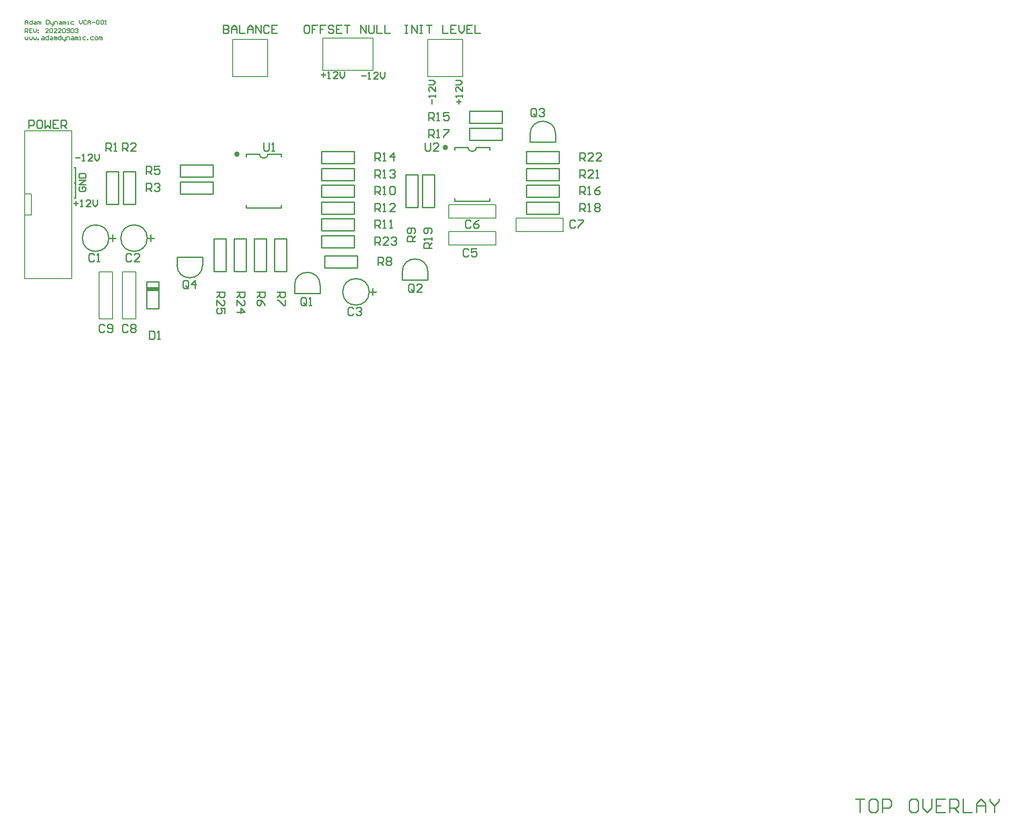
<source format=gto>
G04*
G04 #@! TF.GenerationSoftware,Altium Limited,Altium Designer,20.0.2 (26)*
G04*
G04 Layer_Color=65535*
%FSLAX43Y43*%
%MOMM*%
G71*
G01*
G75*
%ADD10C,0.508*%
%ADD11C,0.254*%
%ADD12C,0.200*%
%ADD13C,0.127*%
%ADD14C,0.150*%
D10*
X40894Y44450D02*
G03*
X40894Y44450I-254J0D01*
G01*
X80264Y45720D02*
G03*
X80264Y45720I-254J0D01*
G01*
D11*
X44958Y44450D02*
G03*
X46482Y44450I762J0D01*
G01*
X84328Y45720D02*
G03*
X85852Y45720I762J0D01*
G01*
X65635Y18415D02*
G03*
X65635Y18415I-2500J0D01*
G01*
X29337Y23495D02*
G03*
X34163Y23495I2413J0D01*
G01*
X76708Y22225D02*
G03*
X71882Y22225I-2413J0D01*
G01*
X56365Y19690D02*
G03*
X51539Y19690I-2413J0D01*
G01*
X16469Y28576D02*
G03*
X16469Y28576I-2500J0D01*
G01*
X23725Y28575D02*
G03*
X23725Y28575I-2500J0D01*
G01*
X100838Y48260D02*
G03*
X96012Y48260I-2413J0D01*
G01*
X9842Y36195D02*
X10160D01*
X9842Y41910D02*
X10160D01*
X9842Y39052D02*
X10160D01*
Y36195D02*
Y41910D01*
X42418Y34290D02*
X49022D01*
X42418Y43942D02*
Y44450D01*
Y34290D02*
Y34798D01*
X49022Y34290D02*
Y34798D01*
Y43942D02*
Y44450D01*
X46482D02*
X49022D01*
X42418D02*
X44958D01*
X56590Y36315D02*
X62790D01*
X56590D02*
Y38615D01*
X62790Y36315D02*
Y38615D01*
X56590D02*
X62790D01*
X74810Y34365D02*
Y40565D01*
X72510Y34365D02*
X74810D01*
X72510Y40565D02*
X74810D01*
X72510Y34365D02*
Y40565D01*
X57225Y25280D02*
X63425D01*
Y22980D02*
Y25280D01*
X57225Y22980D02*
Y25280D01*
Y22980D02*
X63425D01*
X56590Y39490D02*
X62790D01*
X56590D02*
Y41790D01*
X62790Y39490D02*
Y41790D01*
X56590D02*
X62790D01*
X43935Y22300D02*
Y28500D01*
X46235D01*
X43935Y22300D02*
X46235D01*
Y28500D01*
X47745Y22300D02*
Y28500D01*
X50045D01*
X47745Y22300D02*
X50045D01*
Y28500D01*
X56590Y26790D02*
X62790D01*
X56590D02*
Y29090D01*
X62790Y26790D02*
Y29090D01*
X56590D02*
X62790D01*
X56590Y29965D02*
X62790D01*
X56590D02*
Y32265D01*
X62790Y29965D02*
Y32265D01*
X56590D02*
X62790D01*
X56590Y33140D02*
X62790D01*
X56590D02*
Y35440D01*
X62790Y33140D02*
Y35440D01*
X56590D02*
X62790D01*
X56590Y44965D02*
X62790D01*
Y42665D02*
Y44965D01*
X56590Y42665D02*
Y44965D01*
Y42665D02*
X62790D01*
X95325Y44965D02*
X101525D01*
Y42665D02*
Y44965D01*
X95325Y42665D02*
Y44965D01*
Y42665D02*
X101525D01*
X95325Y41790D02*
X101525D01*
Y39490D02*
Y41790D01*
X95325Y39490D02*
Y41790D01*
Y39490D02*
X101525D01*
X81788Y35560D02*
X88392D01*
X81788Y45212D02*
Y45720D01*
Y35560D02*
Y36068D01*
X88392Y35560D02*
Y36068D01*
Y45212D02*
Y45720D01*
X85852D02*
X88392D01*
X81788D02*
X84328D01*
X95325Y36315D02*
X101525D01*
X95325D02*
Y38615D01*
X101525Y36315D02*
Y38615D01*
X95325D02*
X101525D01*
X95325Y35440D02*
X101525D01*
Y33140D02*
Y35440D01*
X95325Y33140D02*
Y35440D01*
Y33140D02*
X101525D01*
X75685Y34365D02*
Y40565D01*
X77985D01*
X75685Y34365D02*
X77985D01*
Y40565D01*
X29920Y40125D02*
X36120D01*
X29920D02*
Y42425D01*
X36120Y40125D02*
Y42425D01*
X29920D02*
X36120D01*
X29920Y39250D02*
X36120D01*
Y36950D02*
Y39250D01*
X29920Y36950D02*
Y39250D01*
Y36950D02*
X36120D01*
X66310Y17780D02*
Y19050D01*
X65675Y18415D02*
X66945D01*
X40125Y22300D02*
Y28500D01*
X42425D01*
X40125Y22300D02*
X42425D01*
Y28500D01*
X23622Y19240D02*
X25908D01*
X23622Y18986D02*
X25908D01*
X23622Y18733D02*
X25908D01*
Y15240D02*
Y20320D01*
X23622Y15240D02*
X25908D01*
X23622Y20320D02*
X25908D01*
X23622Y15240D02*
Y20320D01*
X38615Y22300D02*
Y28500D01*
X36315Y22300D02*
X38615D01*
X36315Y28500D02*
X38615D01*
X36315Y22300D02*
Y28500D01*
X29337Y23495D02*
Y25019D01*
X34163Y23495D02*
Y25019D01*
X29337D02*
X34163D01*
X76708Y20701D02*
Y22225D01*
X71882Y20701D02*
Y22225D01*
Y20701D02*
X76708D01*
X56365Y18166D02*
Y19690D01*
X51539Y18166D02*
Y19690D01*
Y18166D02*
X56365D01*
X84530Y52585D02*
X90730D01*
Y50285D02*
Y52585D01*
X84530Y50285D02*
Y52585D01*
Y50285D02*
X90730D01*
X84530Y47110D02*
X90730D01*
X84530D02*
Y49410D01*
X90730Y47110D02*
Y49410D01*
X84530D02*
X90730D01*
X19170Y35000D02*
Y41200D01*
X21470D01*
X19170Y35000D02*
X21470D01*
Y41200D01*
X15995Y35000D02*
Y41200D01*
X18295D01*
X15995Y35000D02*
X18295D01*
Y41200D01*
X17144Y27941D02*
Y29211D01*
X16509Y28576D02*
X17779D01*
X23765Y28575D02*
X25035D01*
X24400Y27940D02*
Y29210D01*
X100838Y46736D02*
Y48260D01*
X96012Y46736D02*
Y48260D01*
Y46736D02*
X100838D01*
X11007Y38311D02*
X10795Y38100D01*
Y37677D01*
X11007Y37465D01*
X11853D01*
X12065Y37677D01*
Y38100D01*
X11853Y38311D01*
X11430D01*
Y37888D01*
X12065Y38735D02*
X10795D01*
X12065Y39581D01*
X10795D01*
Y40004D02*
X12065D01*
Y40639D01*
X11853Y40851D01*
X11007D01*
X10795Y40639D01*
Y40004D01*
X10160Y43815D02*
X11006D01*
X11430Y43180D02*
X11853D01*
X11641D01*
Y44450D01*
X11430Y44238D01*
X13334Y43180D02*
X12488D01*
X13334Y44026D01*
Y44238D01*
X13122Y44450D01*
X12699D01*
X12488Y44238D01*
X13757Y44450D02*
Y43603D01*
X14180Y43180D01*
X14604Y43603D01*
Y44450D01*
X9831Y35194D02*
X10678D01*
X10254Y35617D02*
Y34770D01*
X11101Y34559D02*
X11524D01*
X11312D01*
Y35828D01*
X11101Y35617D01*
X13005Y34559D02*
X12159D01*
X13005Y35405D01*
Y35617D01*
X12794Y35828D01*
X12370D01*
X12159Y35617D01*
X13428Y35828D02*
Y34982D01*
X13852Y34559D01*
X14275Y34982D01*
Y35828D01*
X64135Y59309D02*
X64981D01*
X65405Y58674D02*
X65828D01*
X65616D01*
Y59944D01*
X65405Y59732D01*
X67309Y58674D02*
X66463D01*
X67309Y59520D01*
Y59732D01*
X67097Y59944D01*
X66674D01*
X66463Y59732D01*
X67732Y59944D02*
Y59097D01*
X68155Y58674D01*
X68579Y59097D01*
Y59944D01*
X56515Y59436D02*
X57361D01*
X56938Y59859D02*
Y59013D01*
X57785Y58801D02*
X58208D01*
X57996D01*
Y60071D01*
X57785Y59859D01*
X59689Y58801D02*
X58843D01*
X59689Y59647D01*
Y59859D01*
X59477Y60071D01*
X59054D01*
X58843Y59859D01*
X60112Y60071D02*
Y59224D01*
X60535Y58801D01*
X60959Y59224D01*
Y60071D01*
X82550Y53975D02*
Y54821D01*
X82127Y54398D02*
X82973D01*
X83185Y55245D02*
Y55668D01*
Y55456D01*
X81915D01*
X82127Y55245D01*
X83185Y57149D02*
Y56303D01*
X82339Y57149D01*
X82127D01*
X81915Y56937D01*
Y56514D01*
X82127Y56303D01*
X81915Y57572D02*
X82762D01*
X83185Y57995D01*
X82762Y58419D01*
X81915D01*
X77470Y53975D02*
Y54821D01*
X78105Y55245D02*
Y55668D01*
Y55456D01*
X76835D01*
X77047Y55245D01*
X78105Y57149D02*
Y56303D01*
X77259Y57149D01*
X77047D01*
X76835Y56937D01*
Y56514D01*
X77047Y56303D01*
X76835Y57572D02*
X77682D01*
X78105Y57995D01*
X77682Y58419D01*
X76835D01*
X157480Y-77471D02*
X159173D01*
X158326D01*
Y-80010D01*
X161289Y-77471D02*
X160442D01*
X160019Y-77894D01*
Y-79587D01*
X160442Y-80010D01*
X161289D01*
X161712Y-79587D01*
Y-77894D01*
X161289Y-77471D01*
X162558Y-80010D02*
Y-77471D01*
X163828D01*
X164251Y-77894D01*
Y-78740D01*
X163828Y-79164D01*
X162558D01*
X168906Y-77471D02*
X168060D01*
X167637Y-77894D01*
Y-79587D01*
X168060Y-80010D01*
X168906D01*
X169329Y-79587D01*
Y-77894D01*
X168906Y-77471D01*
X170176D02*
Y-79164D01*
X171022Y-80010D01*
X171869Y-79164D01*
Y-77471D01*
X174408D02*
X172715D01*
Y-80010D01*
X174408D01*
X172715Y-78740D02*
X173561D01*
X175254Y-80010D02*
Y-77471D01*
X176524D01*
X176947Y-77894D01*
Y-78740D01*
X176524Y-79164D01*
X175254D01*
X176101D02*
X176947Y-80010D01*
X177793Y-77471D02*
Y-80010D01*
X179486D01*
X180333D02*
Y-78317D01*
X181179Y-77471D01*
X182025Y-78317D01*
Y-80010D01*
Y-78740D01*
X180333D01*
X182872Y-77471D02*
Y-77894D01*
X183718Y-78740D01*
X184565Y-77894D01*
Y-77471D01*
X183718Y-78740D02*
Y-80010D01*
X72390Y68834D02*
X72898D01*
X72644D01*
Y67310D01*
X72390D01*
X72898D01*
X73660D02*
Y68834D01*
X74675Y67310D01*
Y68834D01*
X75183D02*
X75691D01*
X75437D01*
Y67310D01*
X75183D01*
X75691D01*
X76453Y68834D02*
X77468D01*
X76961D01*
Y67310D01*
X79500Y68834D02*
Y67310D01*
X80515D01*
X82039Y68834D02*
X81023D01*
Y67310D01*
X82039D01*
X81023Y68072D02*
X81531D01*
X82547Y68834D02*
Y67818D01*
X83055Y67310D01*
X83562Y67818D01*
Y68834D01*
X85086D02*
X84070D01*
Y67310D01*
X85086D01*
X84070Y68072D02*
X84578D01*
X85594Y68834D02*
Y67310D01*
X86609D01*
X19050Y45085D02*
Y46609D01*
X19812D01*
X20066Y46355D01*
Y45847D01*
X19812Y45593D01*
X19050D01*
X19558D02*
X20066Y45085D01*
X21589D02*
X20574D01*
X21589Y46101D01*
Y46355D01*
X21335Y46609D01*
X20827D01*
X20574Y46355D01*
X15875Y45085D02*
Y46609D01*
X16637D01*
X16891Y46355D01*
Y45847D01*
X16637Y45593D01*
X15875D01*
X16383D02*
X16891Y45085D01*
X17399D02*
X17906D01*
X17652D01*
Y46609D01*
X17399Y46355D01*
X13716Y25400D02*
X13462Y25654D01*
X12954D01*
X12700Y25400D01*
Y24384D01*
X12954Y24130D01*
X13462D01*
X13716Y24384D01*
X14224Y24130D02*
X14731D01*
X14477D01*
Y25654D01*
X14224Y25400D01*
X20701D02*
X20447Y25654D01*
X19939D01*
X19685Y25400D01*
Y24384D01*
X19939Y24130D01*
X20447D01*
X20701Y24384D01*
X22224Y24130D02*
X21209D01*
X22224Y25146D01*
Y25400D01*
X21970Y25654D01*
X21462D01*
X21209Y25400D01*
X45720Y46609D02*
Y45339D01*
X45974Y45085D01*
X46482D01*
X46736Y45339D01*
Y46609D01*
X47243Y45085D02*
X47751D01*
X47497D01*
Y46609D01*
X47243Y46355D01*
X76200Y46609D02*
Y45339D01*
X76454Y45085D01*
X76962D01*
X77216Y45339D01*
Y46609D01*
X78739Y45085D02*
X77723D01*
X78739Y46101D01*
Y46355D01*
X78485Y46609D01*
X77977D01*
X77723Y46355D01*
X36830Y18415D02*
X38354D01*
Y17653D01*
X38100Y17399D01*
X37592D01*
X37338Y17653D01*
Y18415D01*
Y17907D02*
X36830Y17399D01*
Y15876D02*
Y16891D01*
X37846Y15876D01*
X38100D01*
X38354Y16130D01*
Y16638D01*
X38100Y16891D01*
X38354Y14352D02*
Y15368D01*
X37592D01*
X37846Y14860D01*
Y14606D01*
X37592Y14352D01*
X37084D01*
X36830Y14606D01*
Y15114D01*
X37084Y15368D01*
X40640Y18415D02*
X42164D01*
Y17653D01*
X41910Y17399D01*
X41402D01*
X41148Y17653D01*
Y18415D01*
Y17907D02*
X40640Y17399D01*
Y15876D02*
Y16891D01*
X41656Y15876D01*
X41910D01*
X42164Y16130D01*
Y16638D01*
X41910Y16891D01*
X40640Y14606D02*
X42164D01*
X41402Y15368D01*
Y14352D01*
X66675Y27305D02*
Y28829D01*
X67437D01*
X67691Y28575D01*
Y28067D01*
X67437Y27813D01*
X66675D01*
X67183D02*
X67691Y27305D01*
X69214D02*
X68198D01*
X69214Y28321D01*
Y28575D01*
X68960Y28829D01*
X68452D01*
X68198Y28575D01*
X69722D02*
X69976Y28829D01*
X70484D01*
X70738Y28575D01*
Y28321D01*
X70484Y28067D01*
X70230D01*
X70484D01*
X70738Y27813D01*
Y27559D01*
X70484Y27305D01*
X69976D01*
X69722Y27559D01*
X105410Y43180D02*
Y44703D01*
X106172D01*
X106426Y44450D01*
Y43942D01*
X106172Y43688D01*
X105410D01*
X105918D02*
X106426Y43180D01*
X107949D02*
X106933D01*
X107949Y44196D01*
Y44450D01*
X107695Y44703D01*
X107187D01*
X106933Y44450D01*
X109473Y43180D02*
X108457D01*
X109473Y44196D01*
Y44450D01*
X109219Y44703D01*
X108711D01*
X108457Y44450D01*
X105410Y40005D02*
Y41528D01*
X106172D01*
X106426Y41275D01*
Y40767D01*
X106172Y40513D01*
X105410D01*
X105918D02*
X106426Y40005D01*
X107949D02*
X106933D01*
X107949Y41021D01*
Y41275D01*
X107695Y41528D01*
X107187D01*
X106933Y41275D01*
X108457Y40005D02*
X108965D01*
X108711D01*
Y41528D01*
X108457Y41275D01*
X77470Y26670D02*
X75946D01*
Y27432D01*
X76200Y27686D01*
X76708D01*
X76962Y27432D01*
Y26670D01*
Y27178D02*
X77470Y27686D01*
Y28194D02*
Y28701D01*
Y28447D01*
X75946D01*
X76200Y28194D01*
X77216Y29463D02*
X77470Y29717D01*
Y30225D01*
X77216Y30479D01*
X76200D01*
X75946Y30225D01*
Y29717D01*
X76200Y29463D01*
X76454D01*
X76708Y29717D01*
Y30479D01*
X105410Y33655D02*
Y35179D01*
X106172D01*
X106426Y34925D01*
Y34417D01*
X106172Y34163D01*
X105410D01*
X105918D02*
X106426Y33655D01*
X106933D02*
X107441D01*
X107187D01*
Y35179D01*
X106933Y34925D01*
X108203D02*
X108457Y35179D01*
X108965D01*
X109219Y34925D01*
Y34671D01*
X108965Y34417D01*
X109219Y34163D01*
Y33909D01*
X108965Y33655D01*
X108457D01*
X108203Y33909D01*
Y34163D01*
X108457Y34417D01*
X108203Y34671D01*
Y34925D01*
X108457Y34417D02*
X108965D01*
X76835Y47625D02*
Y49148D01*
X77597D01*
X77851Y48895D01*
Y48387D01*
X77597Y48133D01*
X76835D01*
X77343D02*
X77851Y47625D01*
X78358D02*
X78866D01*
X78612D01*
Y49148D01*
X78358Y48895D01*
X79628Y49148D02*
X80644D01*
Y48895D01*
X79628Y47879D01*
Y47625D01*
X105410Y36830D02*
Y38354D01*
X106172D01*
X106426Y38100D01*
Y37592D01*
X106172Y37338D01*
X105410D01*
X105918D02*
X106426Y36830D01*
X106933D02*
X107441D01*
X107187D01*
Y38354D01*
X106933Y38100D01*
X109219Y38354D02*
X108711Y38100D01*
X108203Y37592D01*
Y37084D01*
X108457Y36830D01*
X108965D01*
X109219Y37084D01*
Y37338D01*
X108965Y37592D01*
X108203D01*
X76835Y50800D02*
Y52324D01*
X77597D01*
X77851Y52070D01*
Y51562D01*
X77597Y51308D01*
X76835D01*
X77343D02*
X77851Y50800D01*
X78358D02*
X78866D01*
X78612D01*
Y52324D01*
X78358Y52070D01*
X80644Y52324D02*
X79628D01*
Y51562D01*
X80136Y51816D01*
X80390D01*
X80644Y51562D01*
Y51054D01*
X80390Y50800D01*
X79882D01*
X79628Y51054D01*
X66675Y43180D02*
Y44703D01*
X67437D01*
X67691Y44450D01*
Y43942D01*
X67437Y43688D01*
X66675D01*
X67183D02*
X67691Y43180D01*
X68198D02*
X68706D01*
X68452D01*
Y44703D01*
X68198Y44450D01*
X70230Y43180D02*
Y44703D01*
X69468Y43942D01*
X70484D01*
X66675Y40005D02*
Y41528D01*
X67437D01*
X67691Y41275D01*
Y40767D01*
X67437Y40513D01*
X66675D01*
X67183D02*
X67691Y40005D01*
X68198D02*
X68706D01*
X68452D01*
Y41528D01*
X68198Y41275D01*
X69468D02*
X69722Y41528D01*
X70230D01*
X70484Y41275D01*
Y41021D01*
X70230Y40767D01*
X69976D01*
X70230D01*
X70484Y40513D01*
Y40259D01*
X70230Y40005D01*
X69722D01*
X69468Y40259D01*
X66675Y33655D02*
Y35179D01*
X67437D01*
X67691Y34925D01*
Y34417D01*
X67437Y34163D01*
X66675D01*
X67183D02*
X67691Y33655D01*
X68198D02*
X68706D01*
X68452D01*
Y35179D01*
X68198Y34925D01*
X70484Y33655D02*
X69468D01*
X70484Y34671D01*
Y34925D01*
X70230Y35179D01*
X69722D01*
X69468Y34925D01*
X66675Y30480D02*
Y32004D01*
X67437D01*
X67691Y31750D01*
Y31242D01*
X67437Y30988D01*
X66675D01*
X67183D02*
X67691Y30480D01*
X68198D02*
X68706D01*
X68452D01*
Y32004D01*
X68198Y31750D01*
X69468Y30480D02*
X69976D01*
X69722D01*
Y32004D01*
X69468Y31750D01*
X66675Y36830D02*
Y38354D01*
X67437D01*
X67691Y38100D01*
Y37592D01*
X67437Y37338D01*
X66675D01*
X67183D02*
X67691Y36830D01*
X68198D02*
X68706D01*
X68452D01*
Y38354D01*
X68198Y38100D01*
X69468D02*
X69722Y38354D01*
X70230D01*
X70484Y38100D01*
Y37084D01*
X70230Y36830D01*
X69722D01*
X69468Y37084D01*
Y38100D01*
X74295Y27940D02*
X72771D01*
Y28702D01*
X73025Y28956D01*
X73533D01*
X73787Y28702D01*
Y27940D01*
Y28448D02*
X74295Y28956D01*
X74041Y29463D02*
X74295Y29717D01*
Y30225D01*
X74041Y30479D01*
X73025D01*
X72771Y30225D01*
Y29717D01*
X73025Y29463D01*
X73279D01*
X73533Y29717D01*
Y30479D01*
X67310Y23495D02*
Y25018D01*
X68072D01*
X68326Y24765D01*
Y24257D01*
X68072Y24003D01*
X67310D01*
X67818D02*
X68326Y23495D01*
X68833Y24765D02*
X69087Y25018D01*
X69595D01*
X69849Y24765D01*
Y24511D01*
X69595Y24257D01*
X69849Y24003D01*
Y23749D01*
X69595Y23495D01*
X69087D01*
X68833Y23749D01*
Y24003D01*
X69087Y24257D01*
X68833Y24511D01*
Y24765D01*
X69087Y24257D02*
X69595D01*
X48260Y18415D02*
X49784D01*
Y17653D01*
X49530Y17399D01*
X49022D01*
X48768Y17653D01*
Y18415D01*
Y17907D02*
X48260Y17399D01*
X49784Y16891D02*
Y15876D01*
X49530D01*
X48514Y16891D01*
X48260D01*
X44450Y18415D02*
X45974D01*
Y17653D01*
X45720Y17399D01*
X45212D01*
X44958Y17653D01*
Y18415D01*
Y17907D02*
X44450Y17399D01*
X45974Y15876D02*
X45720Y16384D01*
X45212Y16891D01*
X44704D01*
X44450Y16638D01*
Y16130D01*
X44704Y15876D01*
X44958D01*
X45212Y16130D01*
Y16891D01*
X23495Y40640D02*
Y42164D01*
X24257D01*
X24511Y41910D01*
Y41402D01*
X24257Y41148D01*
X23495D01*
X24003D02*
X24511Y40640D01*
X26034Y42164D02*
X25019D01*
Y41402D01*
X25526Y41656D01*
X25780D01*
X26034Y41402D01*
Y40894D01*
X25780Y40640D01*
X25272D01*
X25019Y40894D01*
X23495Y37465D02*
Y38989D01*
X24257D01*
X24511Y38735D01*
Y38227D01*
X24257Y37973D01*
X23495D01*
X24003D02*
X24511Y37465D01*
X25019Y38735D02*
X25272Y38989D01*
X25780D01*
X26034Y38735D01*
Y38481D01*
X25780Y38227D01*
X25526D01*
X25780D01*
X26034Y37973D01*
Y37719D01*
X25780Y37465D01*
X25272D01*
X25019Y37719D01*
X31496Y19304D02*
Y20320D01*
X31242Y20574D01*
X30734D01*
X30480Y20320D01*
Y19304D01*
X30734Y19050D01*
X31242D01*
X30988Y19558D02*
X31496Y19050D01*
X31242D02*
X31496Y19304D01*
X32765Y19050D02*
Y20574D01*
X32004Y19812D01*
X33019D01*
X97167Y51829D02*
Y52844D01*
X96913Y53098D01*
X96406D01*
X96152Y52844D01*
Y51829D01*
X96406Y51575D01*
X96913D01*
X96660Y52083D02*
X97167Y51575D01*
X96913D02*
X97167Y51829D01*
X97675Y52844D02*
X97929Y53098D01*
X98437D01*
X98691Y52844D01*
Y52590D01*
X98437Y52336D01*
X98183D01*
X98437D01*
X98691Y52083D01*
Y51829D01*
X98437Y51575D01*
X97929D01*
X97675Y51829D01*
X74041Y18669D02*
Y19685D01*
X73787Y19938D01*
X73279D01*
X73025Y19685D01*
Y18669D01*
X73279Y18415D01*
X73787D01*
X73533Y18923D02*
X74041Y18415D01*
X73787D02*
X74041Y18669D01*
X75564Y18415D02*
X74548D01*
X75564Y19431D01*
Y19685D01*
X75310Y19938D01*
X74802D01*
X74548Y19685D01*
X53698Y16134D02*
Y17150D01*
X53444Y17404D01*
X52936D01*
X52682Y17150D01*
Y16134D01*
X52936Y15880D01*
X53444D01*
X53190Y16388D02*
X53698Y15880D01*
X53444D02*
X53698Y16134D01*
X54206Y15880D02*
X54713D01*
X54459D01*
Y17404D01*
X54206Y17150D01*
X24130Y11049D02*
Y9525D01*
X24892D01*
X25146Y9779D01*
Y10795D01*
X24892Y11049D01*
X24130D01*
X25654Y9525D02*
X26161D01*
X25907D01*
Y11049D01*
X25654Y10795D01*
X54102Y68834D02*
X53594D01*
X53340Y68580D01*
Y67564D01*
X53594Y67310D01*
X54102D01*
X54356Y67564D01*
Y68580D01*
X54102Y68834D01*
X55879D02*
X54864D01*
Y68072D01*
X55371D01*
X54864D01*
Y67310D01*
X57403Y68834D02*
X56387D01*
Y68072D01*
X56895D01*
X56387D01*
Y67310D01*
X58926Y68580D02*
X58672Y68834D01*
X58164D01*
X57911Y68580D01*
Y68326D01*
X58164Y68072D01*
X58672D01*
X58926Y67818D01*
Y67564D01*
X58672Y67310D01*
X58164D01*
X57911Y67564D01*
X60450Y68834D02*
X59434D01*
Y67310D01*
X60450D01*
X59434Y68072D02*
X59942D01*
X60958Y68834D02*
X61973D01*
X61465D01*
Y67310D01*
X64005D02*
Y68834D01*
X65020Y67310D01*
Y68834D01*
X65528D02*
Y67564D01*
X65782Y67310D01*
X66290D01*
X66544Y67564D01*
Y68834D01*
X67052D02*
Y67310D01*
X68067D01*
X68575Y68834D02*
Y67310D01*
X69591D01*
X38100Y68834D02*
Y67310D01*
X38862D01*
X39116Y67564D01*
Y67818D01*
X38862Y68072D01*
X38100D01*
X38862D01*
X39116Y68326D01*
Y68580D01*
X38862Y68834D01*
X38100D01*
X39624Y67310D02*
Y68326D01*
X40131Y68834D01*
X40639Y68326D01*
Y67310D01*
Y68072D01*
X39624D01*
X41147Y68834D02*
Y67310D01*
X42163D01*
X42671D02*
Y68326D01*
X43178Y68834D01*
X43686Y68326D01*
Y67310D01*
Y68072D01*
X42671D01*
X44194Y67310D02*
Y68834D01*
X45210Y67310D01*
Y68834D01*
X46733Y68580D02*
X46479Y68834D01*
X45971D01*
X45718Y68580D01*
Y67564D01*
X45971Y67310D01*
X46479D01*
X46733Y67564D01*
X48257Y68834D02*
X47241D01*
Y67310D01*
X48257D01*
X47241Y68072D02*
X47749D01*
X1350Y49375D02*
Y50898D01*
X2112D01*
X2366Y50645D01*
Y50137D01*
X2112Y49883D01*
X1350D01*
X3635Y50898D02*
X3127D01*
X2873Y50645D01*
Y49629D01*
X3127Y49375D01*
X3635D01*
X3889Y49629D01*
Y50645D01*
X3635Y50898D01*
X4397D02*
Y49375D01*
X4905Y49883D01*
X5413Y49375D01*
Y50898D01*
X6936D02*
X5920D01*
Y49375D01*
X6936D01*
X5920Y50137D02*
X6428D01*
X7444Y49375D02*
Y50898D01*
X8206D01*
X8460Y50645D01*
Y50137D01*
X8206Y49883D01*
X7444D01*
X7952D02*
X8460Y49375D01*
X62611Y15240D02*
X62357Y15493D01*
X61849D01*
X61595Y15240D01*
Y14224D01*
X61849Y13970D01*
X62357D01*
X62611Y14224D01*
X63118Y15240D02*
X63372Y15493D01*
X63880D01*
X64134Y15240D01*
Y14986D01*
X63880Y14732D01*
X63626D01*
X63880D01*
X64134Y14478D01*
Y14224D01*
X63880Y13970D01*
X63372D01*
X63118Y14224D01*
X84419Y26388D02*
X84165Y26642D01*
X83657D01*
X83403Y26388D01*
Y25372D01*
X83657Y25118D01*
X84165D01*
X84419Y25372D01*
X85942Y26642D02*
X84927D01*
Y25880D01*
X85435Y26134D01*
X85689D01*
X85942Y25880D01*
Y25372D01*
X85689Y25118D01*
X85181D01*
X84927Y25372D01*
X84836Y31750D02*
X84582Y32004D01*
X84074D01*
X83820Y31750D01*
Y30734D01*
X84074Y30480D01*
X84582D01*
X84836Y30734D01*
X86359Y32004D02*
X85851Y31750D01*
X85343Y31242D01*
Y30734D01*
X85597Y30480D01*
X86105D01*
X86359Y30734D01*
Y30988D01*
X86105Y31242D01*
X85343D01*
X104521Y31750D02*
X104267Y32004D01*
X103759D01*
X103505Y31750D01*
Y30734D01*
X103759Y30480D01*
X104267D01*
X104521Y30734D01*
X105028Y32004D02*
X106044D01*
Y31750D01*
X105028Y30734D01*
Y30480D01*
X20066Y12065D02*
X19812Y12319D01*
X19304D01*
X19050Y12065D01*
Y11049D01*
X19304Y10795D01*
X19812D01*
X20066Y11049D01*
X20574Y12065D02*
X20827Y12319D01*
X21335D01*
X21589Y12065D01*
Y11811D01*
X21335Y11557D01*
X21589Y11303D01*
Y11049D01*
X21335Y10795D01*
X20827D01*
X20574Y11049D01*
Y11303D01*
X20827Y11557D01*
X20574Y11811D01*
Y12065D01*
X20827Y11557D02*
X21335D01*
X15621Y12065D02*
X15367Y12319D01*
X14859D01*
X14605Y12065D01*
Y11049D01*
X14859Y10795D01*
X15367D01*
X15621Y11049D01*
X16129D02*
X16382Y10795D01*
X16890D01*
X17144Y11049D01*
Y12065D01*
X16890Y12319D01*
X16382D01*
X16129Y12065D01*
Y11811D01*
X16382Y11557D01*
X17144D01*
D12*
X80645Y27305D02*
Y29845D01*
X89535D01*
Y27305D02*
Y29845D01*
X80645Y27305D02*
X89535D01*
X80645Y32385D02*
X89535D01*
Y34925D01*
X80645D02*
X89535D01*
X80645Y32385D02*
Y34925D01*
X93345Y32385D02*
X102235D01*
X93345Y29845D02*
Y32385D01*
Y29845D02*
X102235D01*
Y32385D01*
X21590Y13335D02*
Y22225D01*
X19050D02*
X21590D01*
X19050Y13335D02*
Y22225D01*
Y13335D02*
X21590D01*
X17145D02*
Y22225D01*
X14605D02*
X17145D01*
X14605Y13335D02*
Y22225D01*
Y13335D02*
X17145D01*
D13*
X76710Y59111D02*
Y66165D01*
X83310D01*
Y59111D02*
Y66165D01*
X76710Y59111D02*
X83310D01*
X39880D02*
Y66165D01*
X46480D01*
Y59111D02*
Y66165D01*
X39880Y59111D02*
X46480D01*
X56832Y60261D02*
Y66357D01*
Y60261D02*
X66357D01*
Y66357D01*
X56832D02*
X66357D01*
X580Y20955D02*
X9470D01*
X580D02*
Y48895D01*
X9470D01*
Y20955D02*
Y48895D01*
X580Y36925D02*
X1830D01*
Y32925D02*
Y36925D01*
X580Y32925D02*
X1830D01*
D14*
X658Y68982D02*
Y69515D01*
X925Y69781D01*
X1191Y69515D01*
Y68982D01*
Y69381D01*
X658D01*
X1991Y69781D02*
Y68982D01*
X1591D01*
X1458Y69115D01*
Y69381D01*
X1591Y69515D01*
X1991D01*
X2391D02*
X2657D01*
X2791Y69381D01*
Y68982D01*
X2391D01*
X2257Y69115D01*
X2391Y69248D01*
X2791D01*
X3057Y68982D02*
Y69515D01*
X3191D01*
X3324Y69381D01*
Y68982D01*
Y69381D01*
X3457Y69515D01*
X3590Y69381D01*
Y68982D01*
X4657Y69781D02*
Y68982D01*
X5057D01*
X5190Y69115D01*
Y69648D01*
X5057Y69781D01*
X4657D01*
X5456Y69515D02*
Y69115D01*
X5590Y68982D01*
X5990D01*
Y68848D01*
X5856Y68715D01*
X5723D01*
X5990Y68982D02*
Y69515D01*
X6256Y68982D02*
Y69515D01*
X6656D01*
X6789Y69381D01*
Y68982D01*
X7189Y69515D02*
X7456D01*
X7589Y69381D01*
Y68982D01*
X7189D01*
X7056Y69115D01*
X7189Y69248D01*
X7589D01*
X7856Y68982D02*
Y69515D01*
X7989D01*
X8122Y69381D01*
Y68982D01*
Y69381D01*
X8256Y69515D01*
X8389Y69381D01*
Y68982D01*
X8655D02*
X8922D01*
X8789D01*
Y69515D01*
X8655D01*
X9855D02*
X9455D01*
X9322Y69381D01*
Y69115D01*
X9455Y68982D01*
X9855D01*
X10921Y69781D02*
Y69248D01*
X11188Y68982D01*
X11455Y69248D01*
Y69781D01*
X12254Y69648D02*
X12121Y69781D01*
X11854D01*
X11721Y69648D01*
Y69115D01*
X11854Y68982D01*
X12121D01*
X12254Y69115D01*
X12521Y68982D02*
Y69515D01*
X12787Y69781D01*
X13054Y69515D01*
Y68982D01*
Y69381D01*
X12521D01*
X13321D02*
X13854D01*
X14120Y69648D02*
X14254Y69781D01*
X14520D01*
X14653Y69648D01*
Y69115D01*
X14520Y68982D01*
X14254D01*
X14120Y69115D01*
Y69648D01*
X14920D02*
X15053Y69781D01*
X15320D01*
X15453Y69648D01*
Y69115D01*
X15320Y68982D01*
X15053D01*
X14920Y69115D01*
Y69648D01*
X15720Y68982D02*
X15986D01*
X15853D01*
Y69781D01*
X15720Y69648D01*
X658Y67395D02*
Y68195D01*
X1058D01*
X1191Y68062D01*
Y67795D01*
X1058Y67662D01*
X658D01*
X925D02*
X1191Y67395D01*
X1991Y68195D02*
X1458D01*
Y67395D01*
X1991D01*
X1458Y67795D02*
X1724D01*
X2257Y68195D02*
Y67662D01*
X2524Y67395D01*
X2791Y67662D01*
Y68195D01*
X3057Y67928D02*
X3191D01*
Y67795D01*
X3057D01*
Y67928D01*
Y67529D02*
X3191D01*
Y67395D01*
X3057D01*
Y67529D01*
X5057Y67395D02*
X4523D01*
X5057Y67928D01*
Y68062D01*
X4923Y68195D01*
X4657D01*
X4523Y68062D01*
X5323D02*
X5456Y68195D01*
X5723D01*
X5856Y68062D01*
Y67529D01*
X5723Y67395D01*
X5456D01*
X5323Y67529D01*
Y68062D01*
X6656Y67395D02*
X6123D01*
X6656Y67928D01*
Y68062D01*
X6523Y68195D01*
X6256D01*
X6123Y68062D01*
X7456Y67395D02*
X6923D01*
X7456Y67928D01*
Y68062D01*
X7323Y68195D01*
X7056D01*
X6923Y68062D01*
X7722D02*
X7856Y68195D01*
X8122D01*
X8256Y68062D01*
Y67529D01*
X8122Y67395D01*
X7856D01*
X7722Y67529D01*
Y68062D01*
X8522Y67529D02*
X8655Y67395D01*
X8922D01*
X9055Y67529D01*
Y68062D01*
X8922Y68195D01*
X8655D01*
X8522Y68062D01*
Y67928D01*
X8655Y67795D01*
X9055D01*
X9322Y68062D02*
X9455Y68195D01*
X9722D01*
X9855Y68062D01*
Y67529D01*
X9722Y67395D01*
X9455D01*
X9322Y67529D01*
Y68062D01*
X10122D02*
X10255Y68195D01*
X10521D01*
X10655Y68062D01*
Y67928D01*
X10521Y67795D01*
X10388D01*
X10521D01*
X10655Y67662D01*
Y67529D01*
X10521Y67395D01*
X10255D01*
X10122Y67529D01*
X658Y66609D02*
Y66209D01*
X791Y66076D01*
X925Y66209D01*
X1058Y66076D01*
X1191Y66209D01*
Y66609D01*
X1458D02*
Y66209D01*
X1591Y66076D01*
X1724Y66209D01*
X1858Y66076D01*
X1991Y66209D01*
Y66609D01*
X2257D02*
Y66209D01*
X2391Y66076D01*
X2524Y66209D01*
X2657Y66076D01*
X2791Y66209D01*
Y66609D01*
X3057Y66076D02*
Y66209D01*
X3191D01*
Y66076D01*
X3057D01*
X3857Y66609D02*
X4124D01*
X4257Y66475D01*
Y66076D01*
X3857D01*
X3724Y66209D01*
X3857Y66342D01*
X4257D01*
X5057Y66875D02*
Y66076D01*
X4657D01*
X4523Y66209D01*
Y66475D01*
X4657Y66609D01*
X5057D01*
X5456D02*
X5723D01*
X5856Y66475D01*
Y66076D01*
X5456D01*
X5323Y66209D01*
X5456Y66342D01*
X5856D01*
X6123Y66076D02*
Y66609D01*
X6256D01*
X6389Y66475D01*
Y66076D01*
Y66475D01*
X6523Y66609D01*
X6656Y66475D01*
Y66076D01*
X7456Y66875D02*
Y66076D01*
X7056D01*
X6923Y66209D01*
Y66475D01*
X7056Y66609D01*
X7456D01*
X7722D02*
Y66209D01*
X7856Y66076D01*
X8256D01*
Y65942D01*
X8122Y65809D01*
X7989D01*
X8256Y66076D02*
Y66609D01*
X8522Y66076D02*
Y66609D01*
X8922D01*
X9055Y66475D01*
Y66076D01*
X9455Y66609D02*
X9722D01*
X9855Y66475D01*
Y66076D01*
X9455D01*
X9322Y66209D01*
X9455Y66342D01*
X9855D01*
X10122Y66076D02*
Y66609D01*
X10255D01*
X10388Y66475D01*
Y66076D01*
Y66475D01*
X10521Y66609D01*
X10655Y66475D01*
Y66076D01*
X10921D02*
X11188D01*
X11055D01*
Y66609D01*
X10921D01*
X12121D02*
X11721D01*
X11588Y66475D01*
Y66209D01*
X11721Y66076D01*
X12121D01*
X12388D02*
Y66209D01*
X12521D01*
Y66076D01*
X12388D01*
X13587Y66609D02*
X13187D01*
X13054Y66475D01*
Y66209D01*
X13187Y66076D01*
X13587D01*
X13987D02*
X14254D01*
X14387Y66209D01*
Y66475D01*
X14254Y66609D01*
X13987D01*
X13854Y66475D01*
Y66209D01*
X13987Y66076D01*
X14653D02*
Y66609D01*
X14787D01*
X14920Y66475D01*
Y66076D01*
Y66475D01*
X15053Y66609D01*
X15187Y66475D01*
Y66076D01*
M02*

</source>
